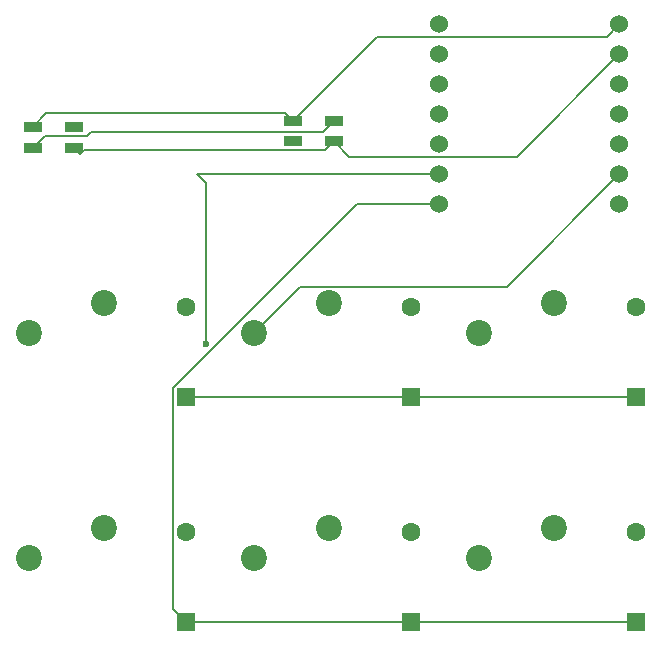
<source format=gbr>
%TF.GenerationSoftware,KiCad,Pcbnew,9.0.2*%
%TF.CreationDate,2025-07-11T15:40:20+10:00*%
%TF.ProjectId,Exportable hackpad pccb,4578706f-7274-4616-926c-65206861636b,rev?*%
%TF.SameCoordinates,Original*%
%TF.FileFunction,Copper,L2,Bot*%
%TF.FilePolarity,Positive*%
%FSLAX46Y46*%
G04 Gerber Fmt 4.6, Leading zero omitted, Abs format (unit mm)*
G04 Created by KiCad (PCBNEW 9.0.2) date 2025-07-11 15:40:20*
%MOMM*%
%LPD*%
G01*
G04 APERTURE LIST*
G04 Aperture macros list*
%AMRoundRect*
0 Rectangle with rounded corners*
0 $1 Rounding radius*
0 $2 $3 $4 $5 $6 $7 $8 $9 X,Y pos of 4 corners*
0 Add a 4 corners polygon primitive as box body*
4,1,4,$2,$3,$4,$5,$6,$7,$8,$9,$2,$3,0*
0 Add four circle primitives for the rounded corners*
1,1,$1+$1,$2,$3*
1,1,$1+$1,$4,$5*
1,1,$1+$1,$6,$7*
1,1,$1+$1,$8,$9*
0 Add four rect primitives between the rounded corners*
20,1,$1+$1,$2,$3,$4,$5,0*
20,1,$1+$1,$4,$5,$6,$7,0*
20,1,$1+$1,$6,$7,$8,$9,0*
20,1,$1+$1,$8,$9,$2,$3,0*%
G04 Aperture macros list end*
%TA.AperFunction,ComponentPad*%
%ADD10C,2.200000*%
%TD*%
%TA.AperFunction,ComponentPad*%
%ADD11C,1.524000*%
%TD*%
%TA.AperFunction,ComponentPad*%
%ADD12RoundRect,0.250000X0.550000X-0.550000X0.550000X0.550000X-0.550000X0.550000X-0.550000X-0.550000X0*%
%TD*%
%TA.AperFunction,ComponentPad*%
%ADD13C,1.600000*%
%TD*%
%TA.AperFunction,SMDPad,CuDef*%
%ADD14R,1.600000X0.850000*%
%TD*%
%TA.AperFunction,ViaPad*%
%ADD15C,0.600000*%
%TD*%
%TA.AperFunction,Conductor*%
%ADD16C,0.200000*%
%TD*%
G04 APERTURE END LIST*
D10*
%TO.P,SW3,1,1*%
%TO.N,Net-(D9-A)*%
X173037500Y-99853750D03*
%TO.P,SW3,2,2*%
%TO.N,Colum 3*%
X166687500Y-102393750D03*
%TD*%
%TO.P,SW9,1,1*%
%TO.N,Net-(D10-A)*%
X173037500Y-118903750D03*
%TO.P,SW9,2,2*%
%TO.N,Colum 3*%
X166687500Y-121443750D03*
%TD*%
%TO.P,SW8,1,1*%
%TO.N,Net-(D7-A)*%
X153987500Y-118903750D03*
%TO.P,SW8,2,2*%
%TO.N,Colum 2*%
X147637500Y-121443750D03*
%TD*%
%TO.P,SW7,1,1*%
%TO.N,Net-(D5-A)*%
X134937500Y-118903750D03*
%TO.P,SW7,2,2*%
%TO.N,Colum 1*%
X128587500Y-121443750D03*
%TD*%
%TO.P,SW2,1,1*%
%TO.N,Net-(D6-A)*%
X153987500Y-99853750D03*
%TO.P,SW2,2,2*%
%TO.N,Colum 2*%
X147637500Y-102393750D03*
%TD*%
%TO.P,SW1,1,1*%
%TO.N,Net-(D8-A)*%
X134937500Y-99853750D03*
%TO.P,SW1,2,2*%
%TO.N,Colum 1*%
X128587500Y-102393750D03*
%TD*%
D11*
%TO.P,U1,1,GPIO26/ADC0/A0*%
%TO.N,unconnected-(U1-GPIO26{slash}ADC0{slash}A0-Pad1)*%
X163353750Y-76200000D03*
%TO.P,U1,2,GPIO27/ADC1/A1*%
%TO.N,unconnected-(U1-GPIO27{slash}ADC1{slash}A1-Pad2)*%
X163353750Y-78740000D03*
%TO.P,U1,3,GPIO28/ADC2/A2*%
%TO.N,unconnected-(U1-GPIO28{slash}ADC2{slash}A2-Pad3)*%
X163353750Y-81280000D03*
%TO.P,U1,4,GPIO29/ADC3/A3*%
%TO.N,unconnected-(U1-GPIO29{slash}ADC3{slash}A3-Pad4)*%
X163353750Y-83820000D03*
%TO.P,U1,5,GPIO6/SDA*%
%TO.N,Neo-Pix*%
X163353750Y-86360000D03*
%TO.P,U1,6,GPIO7/SCL*%
%TO.N,Row 1*%
X163353750Y-88900000D03*
%TO.P,U1,7,GPIO0/TX*%
%TO.N,Row 2*%
X163353750Y-91440000D03*
%TO.P,U1,8,GPIO1/RX*%
%TO.N,Colum 1*%
X178593750Y-91440000D03*
%TO.P,U1,9,GPIO2/SCK*%
%TO.N,Colum 2*%
X178593750Y-88900000D03*
%TO.P,U1,10,GPIO4/MISO*%
%TO.N,Colum 3*%
X178593750Y-86360000D03*
%TO.P,U1,11,GPIO3/MOSI*%
%TO.N,unconnected-(U1-GPIO3{slash}MOSI-Pad11)*%
X178593750Y-83820000D03*
%TO.P,U1,12,3V3*%
%TO.N,unconnected-(U1-3V3-Pad12)*%
X178593750Y-81280000D03*
%TO.P,U1,13,GND*%
%TO.N,GND*%
X178593750Y-78740000D03*
%TO.P,U1,14,VBUS*%
%TO.N,+5V*%
X178593750Y-76200000D03*
%TD*%
D12*
%TO.P,D8,1,K*%
%TO.N,Row 1*%
X141922500Y-107791250D03*
D13*
%TO.P,D8,2,A*%
%TO.N,Net-(D8-A)*%
X141922500Y-100171250D03*
%TD*%
D12*
%TO.P,D6,1,K*%
%TO.N,Row 1*%
X160972500Y-107791250D03*
D13*
%TO.P,D6,2,A*%
%TO.N,Net-(D6-A)*%
X160972500Y-100171250D03*
%TD*%
D12*
%TO.P,D10,1,K*%
%TO.N,Row 2*%
X180022500Y-126841250D03*
D13*
%TO.P,D10,2,A*%
%TO.N,Net-(D10-A)*%
X180022500Y-119221250D03*
%TD*%
D12*
%TO.P,D5,1,K*%
%TO.N,Row 2*%
X141922500Y-126841250D03*
D13*
%TO.P,D5,2,A*%
%TO.N,Net-(D5-A)*%
X141922500Y-119221250D03*
%TD*%
D12*
%TO.P,D7,1,K*%
%TO.N,Row 2*%
X160972500Y-126841250D03*
D13*
%TO.P,D7,2,A*%
%TO.N,Net-(D7-A)*%
X160972500Y-119221250D03*
%TD*%
D14*
%TO.P,D1,1,DOUT*%
%TO.N,unconnected-(D1-DOUT-Pad1)*%
X132418750Y-84915000D03*
%TO.P,D1,2,VSS*%
%TO.N,GND*%
X132418750Y-86665000D03*
%TO.P,D1,3,DIN*%
%TO.N,Net-(D1-DIN)*%
X128918750Y-86665000D03*
%TO.P,D1,4,VDD*%
%TO.N,+5V*%
X128918750Y-84915000D03*
%TD*%
%TO.P,D4,1,DOUT*%
%TO.N,Net-(D1-DIN)*%
X154428750Y-84385000D03*
%TO.P,D4,2,VSS*%
%TO.N,GND*%
X154428750Y-86135000D03*
%TO.P,D4,3,DIN*%
%TO.N,Neo-Pix*%
X150928750Y-86135000D03*
%TO.P,D4,4,VDD*%
%TO.N,+5V*%
X150928750Y-84385000D03*
%TD*%
D12*
%TO.P,D9,1,K*%
%TO.N,Row 1*%
X180022500Y-107791250D03*
D13*
%TO.P,D9,2,A*%
%TO.N,Net-(D9-A)*%
X180022500Y-100171250D03*
%TD*%
D15*
%TO.N,Neo-Pix*%
X150928750Y-86135000D03*
%TO.N,Row 1*%
X143628750Y-103280000D03*
%TD*%
D16*
%TO.N,Net-(D1-DIN)*%
X153507750Y-85306000D02*
X133854750Y-85306000D01*
X154428750Y-84385000D02*
X153507750Y-85306000D01*
X133854750Y-85306000D02*
X133519750Y-85641000D01*
X133519750Y-85641000D02*
X129942750Y-85641000D01*
X129942750Y-85641000D02*
X128918750Y-86665000D01*
%TO.N,Colum 2*%
X178593750Y-88900000D02*
X169041000Y-98452750D01*
X169041000Y-98452750D02*
X151578500Y-98452750D01*
X151578500Y-98452750D02*
X147637500Y-102393750D01*
%TO.N,Net-(D6-A)*%
X160655000Y-99853750D02*
X160337500Y-100171250D01*
%TO.N,Row 1*%
X141922500Y-107791250D02*
X180022500Y-107791250D01*
X142858750Y-88900000D02*
X142848750Y-88890000D01*
X143628750Y-89670000D02*
X143628750Y-103280000D01*
X163353750Y-88900000D02*
X142858750Y-88900000D01*
X142848750Y-88890000D02*
X143628750Y-89670000D01*
%TO.N,Row 2*%
X141922500Y-126841250D02*
X180022500Y-126841250D01*
X163353750Y-91440000D02*
X156387590Y-91440000D01*
X140821500Y-125740250D02*
X141922500Y-126841250D01*
X140821500Y-107006090D02*
X140821500Y-125740250D01*
X156387590Y-91440000D02*
X140821500Y-107006090D01*
%TO.N,+5V*%
X150303750Y-83760000D02*
X130073750Y-83760000D01*
X150928750Y-84385000D02*
X150303750Y-83760000D01*
X130073750Y-83760000D02*
X128918750Y-84915000D01*
X178593750Y-76200000D02*
X177530750Y-77263000D01*
X177530750Y-77263000D02*
X158050750Y-77263000D01*
X158050750Y-77263000D02*
X150928750Y-84385000D01*
%TO.N,GND*%
X169910750Y-87423000D02*
X155716750Y-87423000D01*
X155716750Y-87423000D02*
X154428750Y-86135000D01*
X154428750Y-86135000D02*
X153702750Y-86861000D01*
X132949750Y-87196000D02*
X132418750Y-86665000D01*
X133284750Y-86861000D02*
X132949750Y-87196000D01*
X178593750Y-78740000D02*
X169910750Y-87423000D01*
X153702750Y-86861000D02*
X133284750Y-86861000D01*
%TD*%
M02*

</source>
